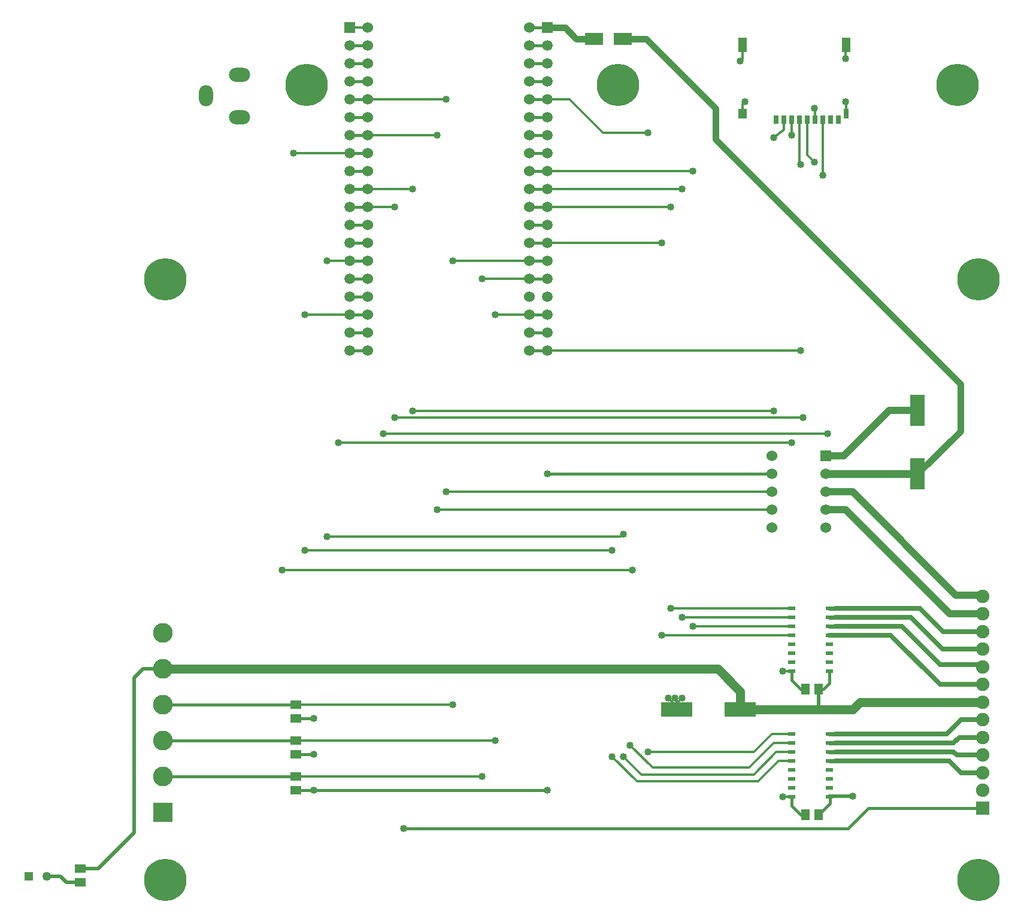
<source format=gbr>
G04 DipTrace 3.3.1.3*
G04 Top.gbr*
%MOIN*%
G04 #@! TF.FileFunction,Copper,L1,Top*
G04 #@! TF.Part,Single*
G04 #@! TA.AperFunction,Conductor*
%ADD13C,0.015*%
%ADD14C,0.012*%
G04 #@! TA.AperFunction,ComponentPad*
%ADD15C,0.05*%
G04 #@! TA.AperFunction,Conductor*
%ADD16C,0.02*%
%ADD17C,0.042*%
%ADD18C,0.035*%
G04 #@! TA.AperFunction,ViaPad*
%ADD19C,0.04*%
G04 #@! TA.AperFunction,Conductor*
%ADD20C,0.022835*%
%ADD21C,0.0251*%
%ADD25R,0.177165X0.082677*%
%ADD26R,0.051181X0.059055*%
%ADD28R,0.082677X0.177165*%
%ADD30R,0.098425X0.066929*%
G04 #@! TA.AperFunction,ComponentPad*
%ADD31R,0.05X0.05*%
%ADD32R,0.059055X0.059055*%
%ADD33C,0.059055*%
%ADD34R,0.074803X0.074803*%
%ADD35C,0.074803*%
%ADD36R,0.027559X0.051181*%
%ADD37R,0.047244X0.07874*%
%ADD38R,0.047244X0.055118*%
%ADD39R,0.031496X0.055118*%
G04 #@! TA.AperFunction,ComponentPad*
%ADD40R,0.110236X0.110236*%
%ADD41C,0.110236*%
%ADD42O,0.11811X0.07874*%
%ADD43O,0.07874X0.11811*%
%ADD44C,0.23622*%
%ADD46R,0.044094X0.022835*%
%ADD47R,0.059055X0.051181*%
G04 #@! TA.AperFunction,ComponentPad*
%ADD48C,0.06*%
%ADD49R,0.06X0.06*%
%FSLAX26Y26*%
G04*
G70*
G90*
G75*
G01*
G04 Top*
%LPD*%
X3443700Y3481200D2*
D13*
X3543700D1*
X2143700Y1431397D2*
X2243700D1*
Y1031200D2*
X3543700D1*
X2143700Y1231397D2*
X2243700Y1230637D1*
X2143700Y1031397D2*
X2243700Y1031200D1*
X4793700Y2793700D2*
X3543700Y2793983D1*
Y3481200D2*
D14*
X4956200D1*
Y4518700D2*
X4948621Y4526279D1*
Y4768700D1*
X5968700Y1521751D2*
D15*
X5284251D1*
X5243700Y1481200D1*
X5206200D1*
X5168700D1*
X5056200D1*
X4618700D1*
Y1581200D1*
X4493700Y1706200D1*
X1406200D1*
X5056200Y893700D2*
D13*
X5118700Y956200D1*
Y989074D1*
X5114074Y993700D1*
X5056200Y1593700D2*
X5081200D1*
X5114074Y1626574D1*
Y1693700D1*
X5056200Y1593700D2*
D16*
Y1481200D1*
X5114074Y993700D2*
D13*
X5111721Y996053D1*
D16*
X5243700D1*
X5093700Y2793700D2*
D17*
X5606200D1*
X1406200Y1706200D2*
D16*
X1293700D1*
X1243700Y1656200D1*
Y793700D1*
X1043503Y593503D1*
X943700D1*
X3963680Y5218700D2*
D18*
X4093700D1*
X4481200Y4831200D1*
Y4656200D1*
X5843700Y3293700D1*
Y3031200D1*
X5606200Y2793700D1*
X5206200Y1481200D2*
D15*
D3*
X5168700D2*
D3*
X2443700Y4081200D2*
D13*
X2543700D1*
X3443700Y4781200D2*
X3543700D1*
X2443700Y3481200D2*
X2543700D1*
X4981397Y893700D2*
X4956200D1*
X4906200Y943700D1*
Y993700D1*
X4981397Y1593700D2*
X4956200D1*
X4906200Y1643700D1*
Y1693700D1*
X5093700Y2893700D2*
D19*
X5193700D1*
X5448031Y3148031D1*
X5606200D1*
X4630511Y5184054D2*
D14*
Y5105511D1*
X4618700Y5093700D1*
X4630511Y4802165D2*
Y4855511D1*
X4643700Y4868700D1*
X5035235Y4768700D2*
Y4827165D1*
X5031200Y4831200D1*
X5208464Y4802165D2*
Y4866436D1*
X5206200Y4868700D1*
Y5106200D2*
Y5181791D1*
X5208464Y5184054D1*
X4264369Y1481200D2*
Y1514369D1*
X4293700Y1543700D1*
X4264369Y1481200D2*
Y1535531D1*
X4256200Y1543700D1*
X4264369Y1481200D2*
Y1498031D1*
X4218700Y1543700D1*
X4906200Y1693700D2*
X4856200D1*
X4906200Y993700D2*
X4856200D1*
X5114074Y1193700D2*
D20*
X5148671D1*
D21*
X5781200D1*
X5846850Y1128050D1*
X5968700D1*
X5114074Y1293700D2*
D20*
X5148671D1*
D21*
X5806200D1*
X5837401Y1324901D1*
X5968700D1*
X5114074Y1243700D2*
D20*
X5148671D1*
D21*
X5806200D1*
X5823424Y1226476D1*
X5968700D1*
Y1620176D2*
X5729724D1*
X5456200Y1893700D1*
X5114074D1*
Y2043700D2*
D20*
X5148671D1*
D21*
X5618700D1*
X5746948Y1915452D1*
X5968700D1*
X5114074Y1993700D2*
D20*
X5148671D1*
D21*
X5568700D1*
X5745373Y1817027D1*
X5968700D1*
X5114074Y1943700D2*
D20*
X5148671D1*
D21*
X5518700D1*
X5731200Y1731200D1*
X5956102D1*
X5968700Y1718602D1*
X2443700Y3581200D2*
D13*
X2543700D1*
X4905314Y4768700D2*
D14*
Y4682086D1*
X4906200Y4681200D1*
Y2968700D2*
X2381200D1*
X2443700Y4481200D2*
D13*
X2543700D1*
X2743700Y818700D2*
X5218700D1*
X5331200Y931200D1*
X5968700D1*
Y2013877D2*
D19*
X5786023D1*
X5206200Y2593700D1*
X5093700D1*
Y2693700D2*
X5243700D1*
X5818700Y2118700D1*
X5962302D1*
X5968700Y2112302D1*
X2543700Y4681200D2*
D13*
X2443700D1*
X4793700Y2593700D2*
D14*
X2931200D1*
Y4681200D2*
X2543700D1*
Y4881200D2*
D13*
X2443700D1*
X4793700Y2693700D2*
D14*
X2981200D1*
Y4881200D2*
X2543700D1*
X3443700D2*
D13*
X3543700D1*
X4906200Y1343700D2*
D14*
X4793700D1*
X4693700Y1243700D1*
X4106200D1*
Y4693700D2*
X3856200D1*
X3668700Y4881200D1*
X3543700D1*
X2443700Y4581200D2*
D13*
X2543700D1*
X4906200Y1293700D2*
D14*
X4806200D1*
X4668700Y1156200D1*
X4131200D1*
X4006200Y1281200D1*
X4018700Y2256200D2*
X2068700D1*
X2131200Y4581200D2*
X2443700D1*
X2543700Y3981200D2*
D13*
X2443700D1*
X4906200Y1243700D2*
D14*
X4818700D1*
X4693700Y1118700D1*
X4068700D1*
X3968700Y1218700D1*
Y2456200D2*
X3956200Y2443700D1*
X2318700D1*
Y3981200D2*
X2443700D1*
Y3681200D2*
D13*
X2543700D1*
X4906200Y1193700D2*
D14*
X4831200D1*
X4718700Y1081200D1*
X4043700D1*
X3906200Y1218700D1*
Y2368700D2*
X2193700D1*
Y3681200D2*
X2443700D1*
X3443700Y4281200D2*
D13*
X3543700D1*
X4906200Y2043700D2*
D14*
X4231200D1*
Y4281200D2*
X3543700D1*
X3443700Y4381200D2*
D13*
X3543700D1*
X4906200Y1993700D2*
D14*
X4293700D1*
Y4381200D2*
X3543700D1*
X3443700Y4481200D2*
D13*
X3543700D1*
X4906200Y1943700D2*
D14*
X4356200D1*
Y4481200D2*
X3543700D1*
X3443700Y4081200D2*
D13*
X3543700D1*
X4906200Y1893700D2*
D14*
X4181200D1*
Y4081200D2*
X3543700D1*
X1406200Y1306200D2*
D13*
X2143700D1*
X3443700Y3681200D2*
X3543700D1*
X2143700Y1306200D2*
D14*
X3256200D1*
Y3681200D2*
X3443700D1*
X1406200Y1506200D2*
D13*
X2143700D1*
X3443700Y3981200D2*
X3543700D1*
X2143700Y1506200D2*
D14*
X3018700D1*
Y3981200D2*
X3443700D1*
X1406200Y1106200D2*
D13*
X2143700D1*
X3443700Y3881200D2*
X3543700D1*
X2143700Y1106200D2*
D14*
X3181200D1*
Y3881200D2*
X3443700D1*
Y5281200D2*
D13*
X3543700D1*
D18*
X3643700D1*
X3706200Y5218700D1*
X3806200D1*
X3443700Y3581200D2*
D13*
X3543700D1*
X3443700Y4181200D2*
X3543700D1*
X3443700Y4581200D2*
X3543700D1*
X3443700Y4681200D2*
X3543700D1*
X3443700Y4981200D2*
X3543700D1*
X3443700Y5081200D2*
X3543700D1*
X3443700Y5181200D2*
X3543700D1*
X2543700Y4381200D2*
X2443700D1*
X4862007Y4768700D2*
D14*
Y4711480D1*
X4806200Y4668700D1*
Y3143700D2*
X2793700D1*
Y4381200D2*
X2543700D1*
Y4181200D2*
D13*
X2443700D1*
X5078543Y4768700D2*
D14*
Y4458857D1*
X5106200Y3018700D2*
X2631200D1*
X2443700Y4281200D2*
D13*
X2543700D1*
X4991928Y4768700D2*
D14*
Y4570472D1*
X5031200Y4531200D1*
X4968700Y3106200D2*
X2693700D1*
Y4281200D2*
X2543700D1*
X2443700Y3781200D2*
D13*
X2543700D1*
X2443700Y3881200D2*
X2543700D1*
X2443700Y4781200D2*
X2543700D1*
X2443700Y4981200D2*
X2543700D1*
Y5081200D2*
X2443700D1*
Y5181200D2*
X2543700D1*
X2443700Y5281200D2*
D14*
X2543700D1*
X943700Y518700D2*
D16*
X868700D1*
X836220Y551180D1*
X758661D1*
X5114074Y1343700D2*
D20*
X5148671D1*
D21*
X5768700D1*
X5848326Y1423326D1*
X5968700D1*
D19*
X2243700Y1431397D3*
Y1031200D3*
X3543700D3*
X2243700Y1230637D3*
Y1031200D3*
X3543700Y2793983D3*
X4956200Y3481200D3*
Y4518700D3*
X5243700Y996053D3*
Y1481200D3*
D3*
D3*
X4906200Y4681200D3*
Y2968700D3*
X2381200D3*
X2743700Y818700D3*
X2931200Y2593700D3*
Y4681200D3*
X2981200Y2693700D3*
Y4881200D3*
X4106200Y1243700D3*
Y4693700D3*
X4006200Y1281200D3*
X4018700Y2256200D3*
X2068700D3*
X2131200Y4581200D3*
X3968700Y1218700D3*
Y2456200D3*
X2318700Y2443700D3*
Y3981200D3*
X3906200Y1218700D3*
Y2368700D3*
X2193700D3*
Y3681200D3*
X4231200Y2043700D3*
Y4281200D3*
X4293700Y1993700D3*
Y4381200D3*
X4356200Y1943700D3*
Y4481200D3*
X4181200Y1893700D3*
Y4081200D3*
X3256200Y1306200D3*
Y3681200D3*
X3018700Y1506200D3*
Y3981200D3*
X3181200Y1106200D3*
Y3881200D3*
X4806200Y4668700D3*
Y3143700D3*
X2793700D3*
Y4381200D3*
X5078543Y4458857D3*
X5106200Y3018700D3*
X2631200D3*
X5031200Y4531200D3*
X4968700Y3106200D3*
X2693700D3*
Y4281200D3*
X4618700Y5093700D3*
X4643700Y4868700D3*
X5206200Y5106200D3*
Y4868700D3*
X5031200Y4831200D3*
X4256200Y1543700D3*
X4218700D3*
X4293700D3*
X4856200Y1693700D3*
Y993700D3*
X5206200Y1481200D3*
X5168700D3*
D25*
X4618700D3*
X4264369D3*
D26*
X5056200Y893700D3*
X4981397D3*
X5056200Y1593700D3*
X4981397D3*
D28*
X5606200Y2793700D3*
Y3148031D3*
D30*
X3806200Y5218700D3*
X3963680D3*
D15*
X758661Y551180D3*
D31*
X658661D3*
D32*
X3543700Y5281200D3*
D33*
Y5181200D3*
Y5081200D3*
Y4981200D3*
Y4881200D3*
Y4781200D3*
Y4681200D3*
Y4581200D3*
Y4481200D3*
Y4381200D3*
Y4281200D3*
Y4181200D3*
Y4081200D3*
Y3981200D3*
Y3881200D3*
Y3781200D3*
Y3681200D3*
Y3581200D3*
Y3481200D3*
D32*
X2443700Y5281200D3*
D33*
Y5181200D3*
Y5081200D3*
Y4981200D3*
Y4881200D3*
Y4781200D3*
Y4681200D3*
Y4581200D3*
Y4481200D3*
Y4381200D3*
Y4281200D3*
Y4181200D3*
Y4081200D3*
Y3981200D3*
Y3881200D3*
Y3781200D3*
Y3681200D3*
Y3581200D3*
Y3481200D3*
D34*
X5968700Y931200D3*
D35*
Y1029625D3*
Y1128050D3*
Y1226476D3*
Y1324901D3*
Y1423326D3*
Y1521751D3*
Y1620176D3*
Y1718602D3*
Y1817027D3*
Y1915452D3*
Y2013877D3*
Y2112302D3*
D36*
X4818700Y4768700D3*
X4862007D3*
X4905314D3*
X4948621D3*
X4991928D3*
X5035235D3*
X5078543D3*
X5121850D3*
X5165157D3*
D37*
X4630511Y5184054D3*
D38*
Y4802165D3*
D39*
X5208464D3*
D37*
Y5184054D3*
D40*
X1406200Y906200D3*
D41*
Y1106200D3*
Y1306200D3*
Y1506200D3*
Y1706200D3*
Y1906200D3*
D42*
X1831200Y4781200D3*
Y5017420D3*
D43*
X1646161Y4899310D3*
D44*
X1417322Y531495D3*
X5944881D3*
Y3877952D3*
X1417322D3*
X2204724Y4960629D3*
X3937007D3*
X5826771D3*
D46*
X4906200Y1343700D3*
Y1293700D3*
Y1243700D3*
Y1193700D3*
Y1143700D3*
Y1093700D3*
Y1043700D3*
Y993700D3*
X5114074Y1343700D3*
Y1293700D3*
Y1243700D3*
Y1193700D3*
Y1143700D3*
Y1093700D3*
Y1043700D3*
Y993700D3*
X4906200Y2043700D3*
Y1993700D3*
Y1943700D3*
Y1893700D3*
Y1843700D3*
Y1793700D3*
Y1743700D3*
Y1693700D3*
X5114074Y2043700D3*
Y1993700D3*
Y1943700D3*
Y1893700D3*
Y1843700D3*
Y1793700D3*
Y1743700D3*
Y1693700D3*
D47*
X2143700Y1106200D3*
Y1031397D3*
Y1306200D3*
Y1231397D3*
Y1506200D3*
Y1431397D3*
X943700Y518700D3*
Y593503D3*
D48*
X3443700Y5281200D3*
Y5181200D3*
Y5081200D3*
Y4981200D3*
Y4881200D3*
Y4781200D3*
Y4681200D3*
Y4581200D3*
Y4481200D3*
Y4381200D3*
Y4281200D3*
Y4181200D3*
Y4081200D3*
Y3981200D3*
Y3881200D3*
Y3781200D3*
Y3681200D3*
Y3581200D3*
Y3481200D3*
X2543700Y5281200D3*
Y5181200D3*
Y5081200D3*
Y4981200D3*
Y4881200D3*
Y4781200D3*
Y4681200D3*
Y4581200D3*
Y4481200D3*
Y4381200D3*
Y4281200D3*
Y4181200D3*
Y4081200D3*
Y3981200D3*
Y3881200D3*
Y3781200D3*
Y3681200D3*
Y3581200D3*
Y3481200D3*
X4793700Y2893700D3*
Y2793700D3*
Y2693700D3*
Y2593700D3*
Y2493700D3*
X5093700D3*
Y2593700D3*
Y2693700D3*
Y2793700D3*
D49*
Y2893700D3*
M02*

</source>
